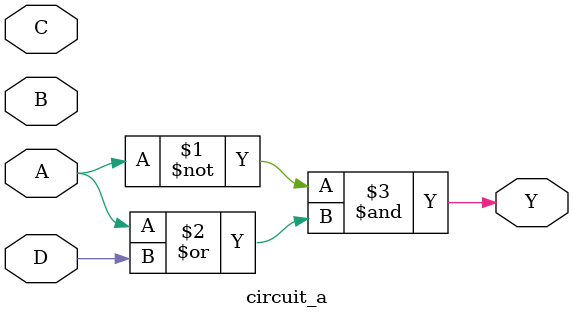
<source format=v>
module circuit_a(
    input A, B, C, D,
    output Y
);
    
    assign Y = ~A & (A | D); 

endmodule

</source>
